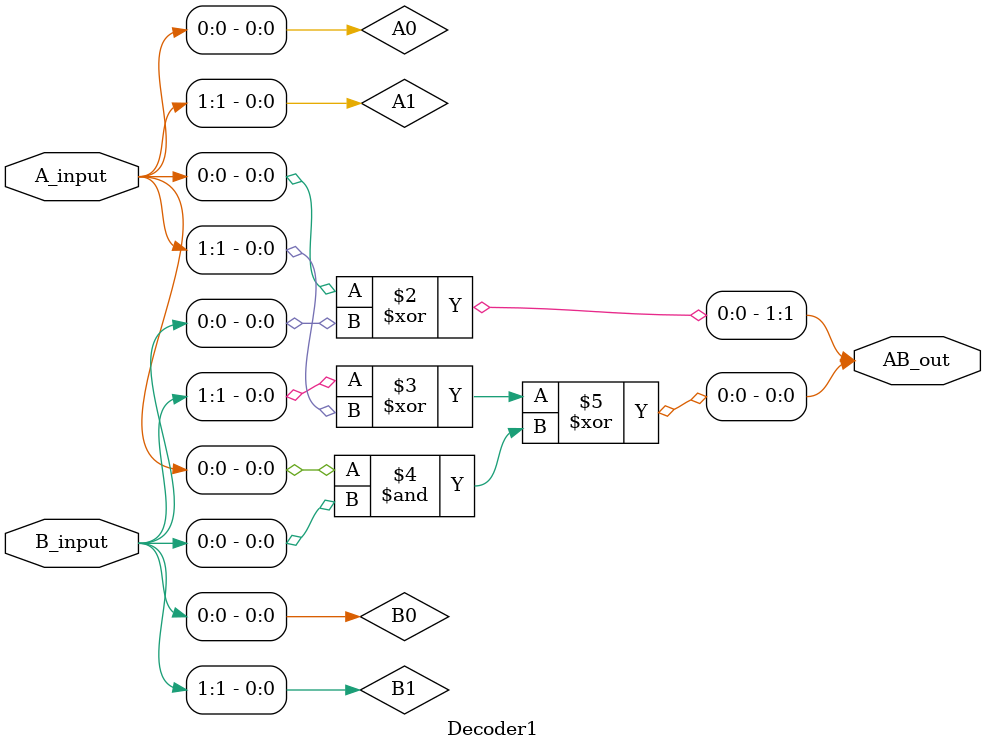
<source format=sv>
module Decoder1 (
    input logic [1:0] A_input,     // A0 y A1
    input logic [1:0] B_input,     // B0 y B1 desde registro
    output logic [1:0] AB_out      // AB_out[1] = A, AB_out[0] = B
);

    logic A0, A1, B0, B1;
    assign {A1, A0} = A_input;
    assign {B1, B0} = B_input;

    always_comb begin
        AB_out[1] = A0 ^ B0;                        
        AB_out[0] = (B1 ^ A1) ^ (A0 & B0);           
    end

endmodule

</source>
